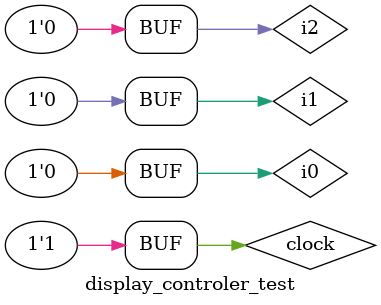
<source format=v>
`timescale 1ns / 1ps


module display_controler_test;

	// Inputs
	reg i0;
	reg i1;
	reg i2;
	reg clock;

	// Outputs
	wire a;
	wire b;
	wire c;
	wire d;
	wire e;
	wire f;
	wire g;

	// Instantiate the Unit Under Test (UUT)
	displa_controler_vm uut (
		.a(a), 
		.b(b), 
		.c(c), 
		.d(d), 
		.e(e), 
		.f(f), 
		.g(g), 
		.i0(i0), 
		.i1(i1), 
		.i2(i2), 
		.clock(clock)
	);

	initial begin
		// Initialize Inputs
		i0 = 0;
		i1 = 0;
		i2 = 0;
		// Wait 100 ns for global reset to finish
		#100;
        

	end
	
	//simulacion clock
	   parameter PERIOD = 25;
   always begin
      clock = 1'b0;
      #(PERIOD/2) clock = 1'b1;
      #(PERIOD/2);
   end 
	//fin simulacion clock
      
endmodule


</source>
